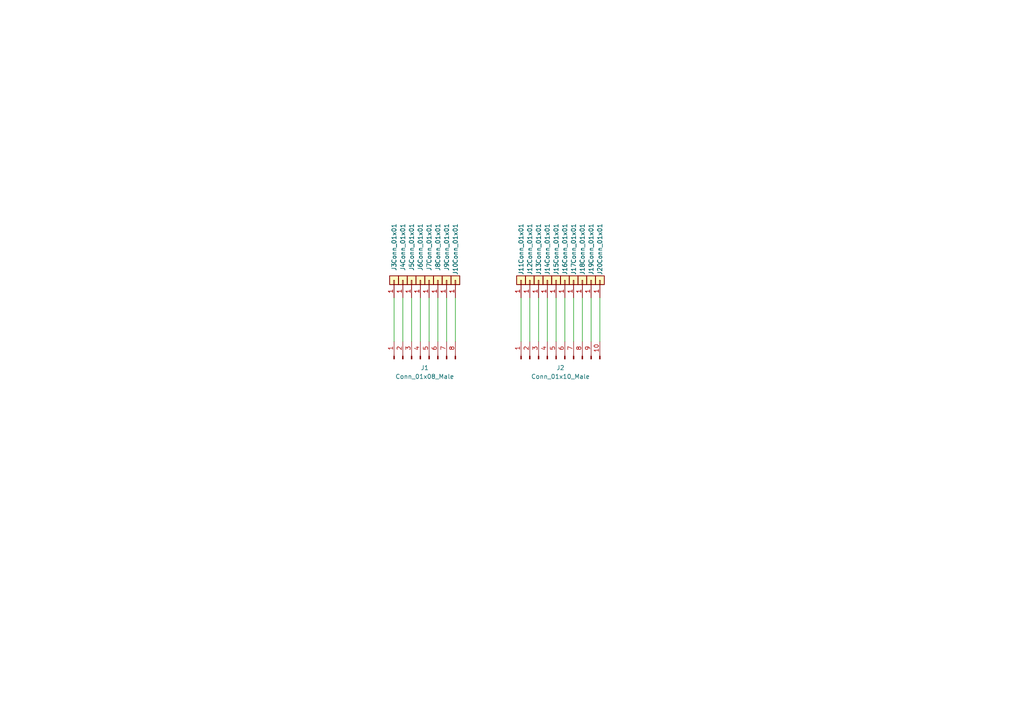
<source format=kicad_sch>
(kicad_sch (version 20211123) (generator eeschema)
  (paper "A4")
  (title_block (title "Connecting Piece") (date "2023-01-07") (rev "Rev 1") (company "Binary-6"))
  (lib_symbols
    (symbol "Connector:Conn_01x08_Male" (pin_names (offset 1.016) hide)
      (property "Reference" "J" (at 0 10.16 0))
      (property "Value" "Conn_01x08_Male" (at 0 -12.7 0))
      (symbol "Conn_01x08_Male_1_1"
        (polyline (pts (xy 1.27 -10.16) (xy 0.8636 -10.16)) (stroke (width 0.1524)))
        (polyline (pts (xy 1.27 -7.62) (xy 0.8636 -7.62)) (stroke (width 0.1524)))
        (polyline (pts (xy 1.27 -5.08) (xy 0.8636 -5.08)) (stroke (width 0.1524)))
        (polyline (pts (xy 1.27 -2.54) (xy 0.8636 -2.54)) (stroke (width 0.1524)))
        (polyline (pts (xy 1.27 0) (xy 0.8636 0)) (stroke (width 0.1524)))
        (polyline (pts (xy 1.27 2.54) (xy 0.8636 2.54)) (stroke (width 0.1524)))
        (polyline (pts (xy 1.27 5.08) (xy 0.8636 5.08)) (stroke (width 0.1524)))
        (polyline (pts (xy 1.27 7.62) (xy 0.8636 7.62)) (stroke (width 0.1524)))
        (rectangle (start 0.8636 -10.033) (end 0 -10.287) (stroke (width 0.1524)) (fill (type outline)))
        (rectangle (start 0.8636 -7.493) (end 0 -7.747) (stroke (width 0.1524)) (fill (type outline)))
        (rectangle (start 0.8636 -4.953) (end 0 -5.207) (stroke (width 0.1524)) (fill (type outline)))
        (rectangle (start 0.8636 -2.413) (end 0 -2.667) (stroke (width 0.1524)) (fill (type outline)))
        (rectangle (start 0.8636 0.127) (end 0 -0.127) (stroke (width 0.1524)) (fill (type outline)))
        (rectangle (start 0.8636 2.667) (end 0 2.413) (stroke (width 0.1524)) (fill (type outline)))
        (rectangle (start 0.8636 5.207) (end 0 4.953) (stroke (width 0.1524)) (fill (type outline)))
        (rectangle (start 0.8636 7.747) (end 0 7.493) (stroke (width 0.1524)) (fill (type outline)))
        (pin passive line (at 5.08 7.62 180) (length 3.81) (name "Pin_1") (number "1"))
        (pin passive line (at 5.08 5.08 180) (length 3.81) (name "Pin_2") (number "2"))
        (pin passive line (at 5.08 2.54 180) (length 3.81) (name "Pin_3") (number "3"))
        (pin passive line (at 5.08 0 180) (length 3.81) (name "Pin_4") (number "4"))
        (pin passive line (at 5.08 -2.54 180) (length 3.81) (name "Pin_5") (number "5"))
        (pin passive line (at 5.08 -5.08 180) (length 3.81) (name "Pin_6") (number "6"))
        (pin passive line (at 5.08 -7.62 180) (length 3.81) (name "Pin_7") (number "7"))
        (pin passive line (at 5.08 -10.16 180) (length 3.81) (name "Pin_8") (number "8"))
      )
    )
    (symbol "Connector:Conn_01x10_Male" (pin_names (offset 1.016) hide)
      (property "Reference" "J" (at 0 12.7 0))
      (property "Value" "Conn_01x10_Male" (at 0 -15.24 0))
      (symbol "Conn_01x10_Male_1_1"
        (polyline (pts (xy 1.27 -12.7) (xy 0.8636 -12.7)) (stroke (width 0.1524)))
        (polyline (pts (xy 1.27 -10.16) (xy 0.8636 -10.16)) (stroke (width 0.1524)))
        (polyline (pts (xy 1.27 -7.62) (xy 0.8636 -7.62)) (stroke (width 0.1524)))
        (polyline (pts (xy 1.27 -5.08) (xy 0.8636 -5.08)) (stroke (width 0.1524)))
        (polyline (pts (xy 1.27 -2.54) (xy 0.8636 -2.54)) (stroke (width 0.1524)))
        (polyline (pts (xy 1.27 0) (xy 0.8636 0)) (stroke (width 0.1524)))
        (polyline (pts (xy 1.27 2.54) (xy 0.8636 2.54)) (stroke (width 0.1524)))
        (polyline (pts (xy 1.27 5.08) (xy 0.8636 5.08)) (stroke (width 0.1524)))
        (polyline (pts (xy 1.27 7.62) (xy 0.8636 7.62)) (stroke (width 0.1524)))
        (polyline (pts (xy 1.27 10.16) (xy 0.8636 10.16)) (stroke (width 0.1524)))
        (rectangle (start 0.8636 -12.573) (end 0 -12.827) (stroke (width 0.1524)) (fill (type outline)))
        (rectangle (start 0.8636 -10.033) (end 0 -10.287) (stroke (width 0.1524)) (fill (type outline)))
        (rectangle (start 0.8636 -7.493) (end 0 -7.747) (stroke (width 0.1524)) (fill (type outline)))
        (rectangle (start 0.8636 -4.953) (end 0 -5.207) (stroke (width 0.1524)) (fill (type outline)))
        (rectangle (start 0.8636 -2.413) (end 0 -2.667) (stroke (width 0.1524)) (fill (type outline)))
        (rectangle (start 0.8636 0.127) (end 0 -0.127) (stroke (width 0.1524)) (fill (type outline)))
        (rectangle (start 0.8636 2.667) (end 0 2.413) (stroke (width 0.1524)) (fill (type outline)))
        (rectangle (start 0.8636 5.207) (end 0 4.953) (stroke (width 0.1524)) (fill (type outline)))
        (rectangle (start 0.8636 7.747) (end 0 7.493) (stroke (width 0.1524)) (fill (type outline)))
        (rectangle (start 0.8636 10.287) (end 0 10.033) (stroke (width 0.1524)) (fill (type outline)))
        (pin passive line (at 5.08 10.16 180) (length 3.81) (name "Pin_1") (number "1"))
        (pin passive line (at 5.08 -12.7 180) (length 3.81) (name "Pin_10") (number "10"))
        (pin passive line (at 5.08 7.62 180) (length 3.81) (name "Pin_2") (number "2"))
        (pin passive line (at 5.08 5.08 180) (length 3.81) (name "Pin_3") (number "3"))
        (pin passive line (at 5.08 2.54 180) (length 3.81) (name "Pin_4") (number "4"))
        (pin passive line (at 5.08 0 180) (length 3.81) (name "Pin_5") (number "5"))
        (pin passive line (at 5.08 -2.54 180) (length 3.81) (name "Pin_6") (number "6"))
        (pin passive line (at 5.08 -5.08 180) (length 3.81) (name "Pin_7") (number "7"))
        (pin passive line (at 5.08 -7.62 180) (length 3.81) (name "Pin_8") (number "8"))
        (pin passive line (at 5.08 -10.16 180) (length 3.81) (name "Pin_9") (number "9"))
      )
    )
    (symbol "Connector_Generic:Conn_01x01" (pin_names (offset 1.016) hide)
      (property "Reference" "J" (at 0 2.54 0))
      (property "Value" "Conn_01x01" (at 0 -2.54 0))
      (symbol "Conn_01x01_1_1"
        (rectangle (start -1.27 0.127) (end 0 -0.127) (stroke (width 0.1524)))
        (rectangle (start -1.27 1.27) (end 1.27 -1.27) (stroke (width 0.254)) (fill (type background)))
        (pin passive line (at -5.08 0 0) (length 3.81) (name "Pin_1") (number "1"))
      )
    )
  )
  (wire (pts (xy 127 86.36) (xy 127 99.06)))
  (wire (pts (xy 114.3 86.36) (xy 114.3 99.06)))
  (wire (pts (xy 158.75 86.36) (xy 158.75 99.06)))
  (wire (pts (xy 132.08 86.36) (xy 132.08 99.06)))
  (wire (pts (xy 166.37 86.36) (xy 166.37 99.06)))
  (wire (pts (xy 153.67 86.36) (xy 153.67 99.06)))
  (wire (pts (xy 119.38 86.36) (xy 119.38 99.06)))
  (wire (pts (xy 156.21 86.36) (xy 156.21 99.06)))
  (wire (pts (xy 151.13 86.36) (xy 151.13 99.06)))
  (wire (pts (xy 161.29 86.36) (xy 161.29 99.06)))
  (wire (pts (xy 173.99 86.36) (xy 173.99 99.06)))
  (wire (pts (xy 168.91 86.36) (xy 168.91 99.06)))
  (wire (pts (xy 171.45 86.36) (xy 171.45 99.06)))
  (wire (pts (xy 121.92 86.36) (xy 121.92 99.06)))
  (wire (pts (xy 163.83 86.36) (xy 163.83 99.06)))
  (wire (pts (xy 124.46 86.36) (xy 124.46 99.06)))
  (wire (pts (xy 129.54 86.36) (xy 129.54 99.06)))
  (wire (pts (xy 116.84 86.36) (xy 116.84 99.06)))
  (symbol (lib_id "Connector_Generic:Conn_01x01") (at 171.45 81.28 90) (unit 1)
    (property "Reference" "J19" (at 171.45 76.2 0) (effects (justify right)))
    (property "Value" "Conn_01x01" (at 171.45 64.77 0) (effects (justify right)))
    (property "Footprint" "MeineBib:Board-Board-1mmSlot-2,54mm" (effects hide))
  )
  (symbol (lib_id "Connector_Generic:Conn_01x01") (at 166.37 81.28 90) (unit 1)
    (property "Reference" "J17" (at 166.37 76.2 0) (effects (justify right)))
    (property "Value" "Conn_01x01" (at 166.37 64.77 0) (effects (justify right)))
    (property "Footprint" "MeineBib:Board-Board-1mmSlot-2,54mm" (effects hide))
  )
  (symbol (lib_id "Connector_Generic:Conn_01x01") (at 132.08 81.28 90) (unit 1)
    (property "Reference" "J10" (at 132.08 76.2 0) (effects (justify right)))
    (property "Value" "Conn_01x01" (at 132.08 64.77 0) (effects (justify right)))
    (property "Footprint" "MeineBib:Board-Board-1mmSlot-2,54mm" (effects hide))
  )
  (symbol (lib_id "Connector_Generic:Conn_01x01") (at 163.83 81.28 90) (unit 1)
    (property "Reference" "J16" (at 163.83 76.2 0) (effects (justify right)))
    (property "Value" "Conn_01x01" (at 163.83 64.77 0) (effects (justify right)))
    (property "Footprint" "MeineBib:Board-Board-1mmSlot-2,54mm" (effects hide))
  )
  (symbol (lib_id "Connector_Generic:Conn_01x01") (at 153.67 81.28 90) (unit 1)
    (property "Reference" "J12" (at 153.67 76.2 0) (effects (justify right)))
    (property "Value" "Conn_01x01" (at 153.67 64.77 0) (effects (justify right)))
    (property "Footprint" "MeineBib:Board-Board-1mmSlot-2,54mm" (effects hide))
  )
  (symbol (lib_id "Connector_Generic:Conn_01x01") (at 151.13 81.28 90) (unit 1)
    (property "Reference" "J11" (at 151.13 76.2 0) (effects (justify right)))
    (property "Value" "Conn_01x01" (at 151.13 64.77 0) (effects (justify right)))
    (property "Footprint" "MeineBib:Board-Board-1mmSlot-2,54mm" (effects hide))
  )
  (symbol (lib_id "Connector:Conn_01x10_Male") (at 161.29 104.14 90) (unit 1)
    (property "Reference" "J2" (at 162.56 106.68 90))
    (property "Value" "Conn_01x10_Male" (at 162.56 109.22 90))
    (property "Footprint" "Connector_PinSocket_2.54mm:PinSocket_1x10_P2.54mm_Vertical" (effects hide))
  )
  (symbol (lib_id "Connector_Generic:Conn_01x01") (at 127 81.28 90) (unit 1)
    (property "Reference" "J8" (at 127 76.2 0) (effects (justify right)))
    (property "Value" "Conn_01x01" (at 127 64.77 0) (effects (justify right)))
    (property "Footprint" "MeineBib:Board-Board-1mmSlot-2,54mm" (effects hide))
  )
  (symbol (lib_id "Connector_Generic:Conn_01x01") (at 168.91 81.28 90) (unit 1)
    (property "Reference" "J18" (at 168.91 76.2 0) (effects (justify right)))
    (property "Value" "Conn_01x01" (at 168.91 64.77 0) (effects (justify right)))
    (property "Footprint" "MeineBib:Board-Board-1mmSlot-2,54mm" (effects hide))
  )
  (symbol (lib_id "Connector_Generic:Conn_01x01") (at 116.84 81.28 90) (unit 1)
    (property "Reference" "J4" (at 116.84 76.2 0) (effects (justify right)))
    (property "Value" "Conn_01x01" (at 116.84 64.77 0) (effects (justify right)))
    (property "Footprint" "MeineBib:Board-Board-1mmSlot-2,54mm" (effects hide))
  )
  (symbol (lib_id "Connector_Generic:Conn_01x01") (at 124.46 81.28 90) (unit 1)
    (property "Reference" "J7" (at 124.46 76.2 0) (effects (justify right)))
    (property "Value" "Conn_01x01" (at 124.46 64.77 0) (effects (justify right)))
    (property "Footprint" "MeineBib:Board-Board-1mmSlot-2,54mm" (effects hide))
  )
  (symbol (lib_id "Connector_Generic:Conn_01x01") (at 161.29 81.28 90) (unit 1)
    (property "Reference" "J15" (at 161.29 76.2 0) (effects (justify right)))
    (property "Value" "Conn_01x01" (at 161.29 64.77 0) (effects (justify right)))
    (property "Footprint" "MeineBib:Board-Board-1mmSlot-2,54mm" (effects hide))
  )
  (symbol (lib_id "Connector_Generic:Conn_01x01") (at 158.75 81.28 90) (unit 1)
    (property "Reference" "J14" (at 158.75 76.2 0) (effects (justify right)))
    (property "Value" "Conn_01x01" (at 158.75 64.77 0) (effects (justify right)))
    (property "Footprint" "MeineBib:Board-Board-1mmSlot-2,54mm" (effects hide))
  )
  (symbol (lib_id "Connector_Generic:Conn_01x01") (at 114.3 81.28 90) (unit 1)
    (property "Reference" "J3" (at 114.3 76.2 0) (effects (justify right)))
    (property "Value" "Conn_01x01" (at 114.3 64.77 0) (effects (justify right)))
    (property "Footprint" "MeineBib:Board-Board-1mmSlot-2,54mm" (effects hide))
  )
  (symbol (lib_id "Connector_Generic:Conn_01x01") (at 156.21 81.28 90) (unit 1)
    (property "Reference" "J13" (at 156.21 76.2 0) (effects (justify right)))
    (property "Value" "Conn_01x01" (at 156.21 64.77 0) (effects (justify right)))
    (property "Footprint" "MeineBib:Board-Board-1mmSlot-2,54mm" (effects hide))
  )
  (symbol (lib_id "Connector_Generic:Conn_01x01") (at 129.54 81.28 90) (unit 1)
    (property "Reference" "J9" (at 129.54 76.2 0) (effects (justify right)))
    (property "Value" "Conn_01x01" (at 129.54 64.77 0) (effects (justify right)))
    (property "Footprint" "MeineBib:Board-Board-1mmSlot-2,54mm" (effects hide))
  )
  (symbol (lib_id "Connector_Generic:Conn_01x01") (at 119.38 81.28 90) (unit 1)
    (property "Reference" "J5" (at 119.38 76.2 0) (effects (justify right)))
    (property "Value" "Conn_01x01" (at 119.38 64.77 0) (effects (justify right)))
    (property "Footprint" "MeineBib:Board-Board-1mmSlot-2,54mm" (effects hide))
  )
  (symbol (lib_id "Connector:Conn_01x08_Male") (at 121.92 104.14 90) (unit 1)
    (property "Reference" "J1" (at 123.19 106.68 90))
    (property "Value" "Conn_01x08_Male" (at 123.19 109.22 90))
    (property "Footprint" "Connector_PinSocket_2.54mm:PinSocket_1x08_P2.54mm_Vertical" (effects hide))
  )
  (symbol (lib_id "Connector_Generic:Conn_01x01") (at 173.99 81.28 90) (unit 1)
    (property "Reference" "J20" (at 173.99 76.2 0) (effects (justify right)))
    (property "Value" "Conn_01x01" (at 173.99 64.77 0) (effects (justify right)))
    (property "Footprint" "MeineBib:Board-Board-1mmSlot-2,54mm" (effects hide))
  )
  (symbol (lib_id "Connector_Generic:Conn_01x01") (at 121.92 81.28 90) (unit 1)
    (property "Reference" "J6" (at 121.92 76.2 0) (effects (justify right)))
    (property "Value" "Conn_01x01" (at 121.92 64.77 0) (effects (justify right)))
    (property "Footprint" "MeineBib:Board-Board-1mmSlot-2,54mm" (effects hide))
  )
)
</source>
